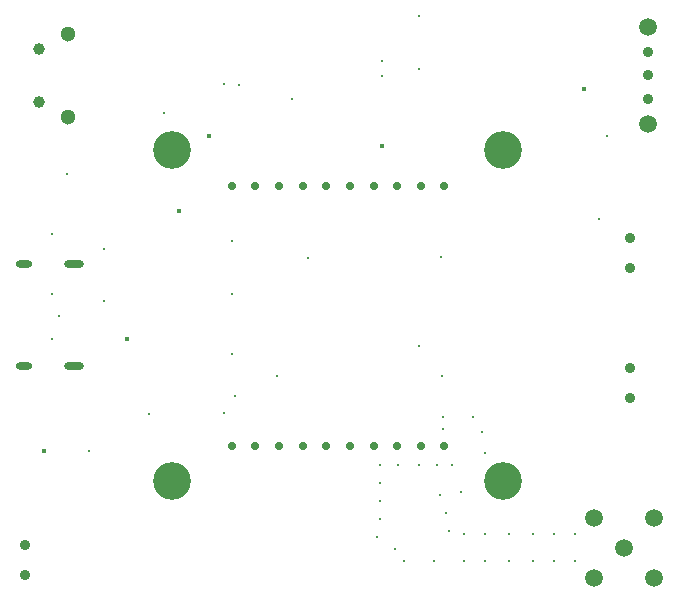
<source format=gbr>
%TF.GenerationSoftware,KiCad,Pcbnew,6.0.9-8da3e8f707~117~ubuntu20.04.1*%
%TF.CreationDate,2022-12-12T12:45:44+01:00*%
%TF.ProjectId,Adaptateur-USB-Xbee-2,41646170-7461-4746-9575-722d5553422d,rev?*%
%TF.SameCoordinates,Original*%
%TF.FileFunction,Plated,1,2,PTH,Mixed*%
%TF.FilePolarity,Positive*%
%FSLAX46Y46*%
G04 Gerber Fmt 4.6, Leading zero omitted, Abs format (unit mm)*
G04 Created by KiCad (PCBNEW 6.0.9-8da3e8f707~117~ubuntu20.04.1) date 2022-12-12 12:45:44*
%MOMM*%
%LPD*%
G01*
G04 APERTURE LIST*
%TA.AperFunction,ViaDrill*%
%ADD10C,0.200000*%
%TD*%
%TA.AperFunction,ViaDrill*%
%ADD11C,0.300000*%
%TD*%
%TA.AperFunction,ViaDrill*%
%ADD12C,0.400000*%
%TD*%
G04 aperture for slot hole*
%TA.AperFunction,ComponentDrill*%
%ADD13O,1.400000X0.600000*%
%TD*%
G04 aperture for slot hole*
%TA.AperFunction,ComponentDrill*%
%ADD14O,1.700000X0.600000*%
%TD*%
%TA.AperFunction,ComponentDrill*%
%ADD15C,0.700000*%
%TD*%
%TA.AperFunction,ComponentDrill*%
%ADD16C,0.900000*%
%TD*%
%TA.AperFunction,ComponentDrill*%
%ADD17C,0.990000*%
%TD*%
%TA.AperFunction,ComponentDrill*%
%ADD18C,1.300000*%
%TD*%
%TA.AperFunction,ComponentDrill*%
%ADD19C,1.500000*%
%TD*%
%TA.AperFunction,ViaDrill*%
%ADD20C,3.200000*%
%TD*%
G04 APERTURE END LIST*
D10*
X117094000Y-131064000D03*
X117348000Y-124968000D03*
X117348000Y-126492000D03*
X117348000Y-128016000D03*
X117348000Y-129540000D03*
X118618000Y-132080000D03*
X118872000Y-124968000D03*
X119380000Y-133096000D03*
X120650000Y-124968000D03*
X121920000Y-133096000D03*
X122174000Y-124968000D03*
X122428000Y-127508000D03*
X122682000Y-120904000D03*
X122682000Y-121920000D03*
X122936000Y-129032000D03*
X123190000Y-130556000D03*
X123444000Y-124968000D03*
X124206000Y-127254000D03*
X124460000Y-130810000D03*
X124460000Y-133096000D03*
X125222000Y-120904000D03*
X125984000Y-122174000D03*
X126238000Y-123952000D03*
X126238000Y-130810000D03*
X126238000Y-133096000D03*
X128270000Y-130810000D03*
X128270000Y-133096000D03*
X130302000Y-130810000D03*
X130302000Y-133096000D03*
X132080000Y-130810000D03*
X132080000Y-133096000D03*
X133858000Y-130810000D03*
X133858000Y-133096000D03*
D11*
X89535000Y-105410000D03*
X89535000Y-110490000D03*
X89535000Y-114300000D03*
X90170000Y-112395000D03*
X90805000Y-100330000D03*
X92710000Y-123825000D03*
X93980000Y-106680000D03*
X93980000Y-111125000D03*
X97790000Y-120650000D03*
X99060000Y-95210500D03*
X104140000Y-92710000D03*
X104140000Y-120610500D03*
X104775000Y-106045000D03*
X104775000Y-110490000D03*
X104775000Y-115570000D03*
X105041400Y-119113600D03*
X105410000Y-92799500D03*
X108585000Y-117475000D03*
X109855000Y-93980000D03*
X111241800Y-107431800D03*
X117475000Y-90805000D03*
X117475000Y-92075000D03*
X120650000Y-86995000D03*
X120650000Y-91440000D03*
X120650000Y-114935000D03*
X122494000Y-107376000D03*
X122555000Y-117475000D03*
X135890000Y-104140000D03*
X136525000Y-97155000D03*
D12*
X88900000Y-123825000D03*
X95885000Y-114300000D03*
X100330000Y-103505000D03*
X102870000Y-97155000D03*
X117475000Y-97954500D03*
X134620000Y-93150500D03*
D13*
%TO.C,J2*%
X87237500Y-107985000D03*
X87237500Y-116635000D03*
D14*
X91417500Y-107985000D03*
X91417500Y-116625000D03*
D15*
%TO.C,U3B1*%
X104795000Y-101400000D03*
X104795000Y-123400000D03*
X106795000Y-101400000D03*
X106795000Y-123400000D03*
X108795000Y-101400000D03*
X108795000Y-123400000D03*
X110795000Y-101400000D03*
X110795000Y-123400000D03*
X112795000Y-101400000D03*
X112795000Y-123400000D03*
X114795000Y-101400000D03*
X114795000Y-123400000D03*
X116795000Y-101400000D03*
X116795000Y-123400000D03*
X118795000Y-101400000D03*
X118795000Y-123400000D03*
X120795000Y-101400000D03*
X120795000Y-123400000D03*
X122795000Y-101400000D03*
X122795000Y-123400000D03*
D16*
%TO.C,D2*%
X87325000Y-131750000D03*
X87325000Y-134290000D03*
%TO.C,D1*%
X138525000Y-105735000D03*
X138525000Y-108275000D03*
%TO.C,D3*%
X138525000Y-116735000D03*
X138525000Y-119275000D03*
%TO.C,SW2*%
X140000000Y-90000000D03*
X140000000Y-92000000D03*
X140000000Y-94000000D03*
D17*
%TO.C,SW1*%
X88462500Y-89775000D03*
X88462500Y-94275000D03*
D18*
X90952500Y-88515000D03*
X90952500Y-95525000D03*
D19*
%TO.C,J1*%
X135460000Y-129460000D03*
X135460000Y-134540000D03*
X138000000Y-132000000D03*
%TO.C,SW2*%
X140000000Y-87900000D03*
X140000000Y-96100000D03*
%TO.C,J1*%
X140540000Y-129460000D03*
X140540000Y-134540000D03*
%TD*%
D20*
X99750000Y-98300000D03*
X99750000Y-126300000D03*
X127750000Y-98300000D03*
X127750000Y-126300000D03*
M02*

</source>
